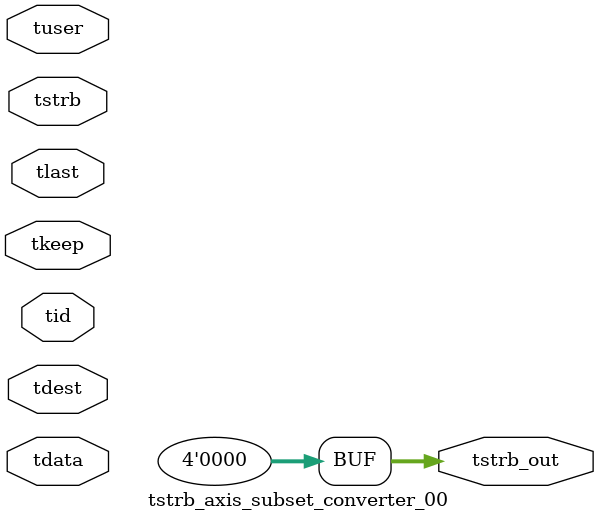
<source format=v>


`timescale 1ps/1ps

module tstrb_axis_subset_converter_00 #
(
parameter C_S_AXIS_TDATA_WIDTH = 32,
parameter C_S_AXIS_TUSER_WIDTH = 0,
parameter C_S_AXIS_TID_WIDTH   = 0,
parameter C_S_AXIS_TDEST_WIDTH = 0,
parameter C_M_AXIS_TDATA_WIDTH = 32
)
(
input  [(C_S_AXIS_TDATA_WIDTH == 0 ? 1 : C_S_AXIS_TDATA_WIDTH)-1:0     ] tdata,
input  [(C_S_AXIS_TUSER_WIDTH == 0 ? 1 : C_S_AXIS_TUSER_WIDTH)-1:0     ] tuser,
input  [(C_S_AXIS_TID_WIDTH   == 0 ? 1 : C_S_AXIS_TID_WIDTH)-1:0       ] tid,
input  [(C_S_AXIS_TDEST_WIDTH == 0 ? 1 : C_S_AXIS_TDEST_WIDTH)-1:0     ] tdest,
input  [(C_S_AXIS_TDATA_WIDTH/8)-1:0 ] tkeep,
input  [(C_S_AXIS_TDATA_WIDTH/8)-1:0 ] tstrb,
input                                                                    tlast,
output [(C_M_AXIS_TDATA_WIDTH/8)-1:0 ] tstrb_out
);

assign tstrb_out = {1'b0};

endmodule


</source>
